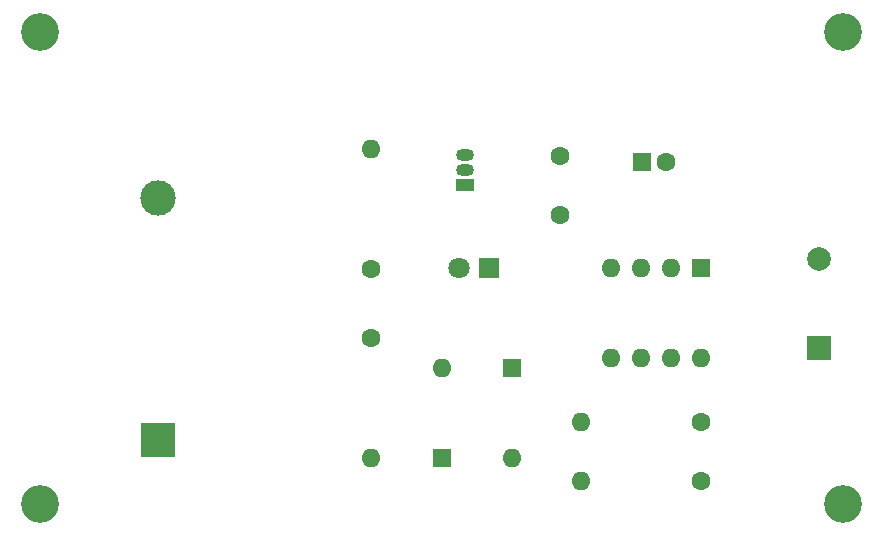
<source format=gbr>
%TF.GenerationSoftware,KiCad,Pcbnew,(6.0.9)*%
%TF.CreationDate,2022-12-15T09:26:13+01:00*%
%TF.ProjectId,Pipek,50697065-6b2e-46b6-9963-61645f706362,rev?*%
%TF.SameCoordinates,Original*%
%TF.FileFunction,Soldermask,Top*%
%TF.FilePolarity,Negative*%
%FSLAX46Y46*%
G04 Gerber Fmt 4.6, Leading zero omitted, Abs format (unit mm)*
G04 Created by KiCad (PCBNEW (6.0.9)) date 2022-12-15 09:26:13*
%MOMM*%
%LPD*%
G01*
G04 APERTURE LIST*
%ADD10R,2.000000X2.000000*%
%ADD11C,2.000000*%
%ADD12C,3.200000*%
%ADD13R,1.800000X1.800000*%
%ADD14C,1.800000*%
%ADD15C,1.600000*%
%ADD16O,1.600000X1.600000*%
%ADD17R,1.600000X1.600000*%
%ADD18R,1.500000X1.050000*%
%ADD19O,1.500000X1.050000*%
%ADD20R,3.000000X3.000000*%
%ADD21C,3.000000*%
G04 APERTURE END LIST*
D10*
%TO.C,LS1*%
X184000000Y-98800000D03*
D11*
X184000000Y-91200000D03*
%TD*%
D12*
%TO.C,REF\u002A\u002A*%
X118000000Y-72000000D03*
%TD*%
D13*
%TO.C,Q1*%
X156000000Y-92000000D03*
D14*
X153460000Y-92000000D03*
%TD*%
D15*
%TO.C,R4*%
X146000000Y-97920000D03*
D16*
X146000000Y-108080000D03*
%TD*%
D17*
%TO.C,D1*%
X158000000Y-100470000D03*
D16*
X158000000Y-108090000D03*
%TD*%
D15*
%TO.C,R1*%
X146000000Y-92080000D03*
D16*
X146000000Y-81920000D03*
%TD*%
D17*
%TO.C,D2*%
X152000000Y-108090000D03*
D16*
X152000000Y-100470000D03*
%TD*%
D17*
%TO.C,C2*%
X169000000Y-83000000D03*
D15*
X171000000Y-83000000D03*
%TD*%
D12*
%TO.C,REF\u002A\u002A*%
X118000000Y-112000000D03*
%TD*%
%TO.C,REF\u002A\u002A*%
X186000000Y-112000000D03*
%TD*%
D18*
%TO.C,Q2*%
X154000000Y-85000000D03*
D19*
X154000000Y-83730000D03*
X154000000Y-82460000D03*
%TD*%
D17*
%TO.C,U1*%
X174000000Y-92000000D03*
D16*
X171460000Y-92000000D03*
X168920000Y-92000000D03*
X166380000Y-92000000D03*
X166380000Y-99620000D03*
X168920000Y-99620000D03*
X171460000Y-99620000D03*
X174000000Y-99620000D03*
%TD*%
D15*
%TO.C,R3*%
X174000000Y-110000000D03*
D16*
X163840000Y-110000000D03*
%TD*%
D15*
%TO.C,R2*%
X174000000Y-105000000D03*
D16*
X163840000Y-105000000D03*
%TD*%
D12*
%TO.C,REF\u002A\u002A*%
X186000000Y-72000000D03*
%TD*%
D15*
%TO.C,C1*%
X162000000Y-87500000D03*
X162000000Y-82500000D03*
%TD*%
D20*
%TO.C,BT1*%
X128000000Y-106575001D03*
D21*
X128000000Y-86085001D03*
%TD*%
M02*

</source>
